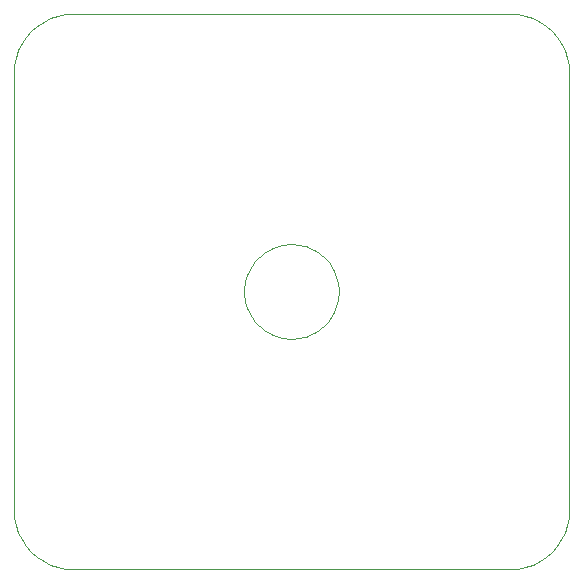
<source format=gko>
G04 Layer_Color=16711935*
%FSLAX25Y25*%
%MOIN*%
G70*
G01*
G75*
%ADD51C,0.00050*%
G54D51*
X112084Y96444D02*
X112052Y97443D01*
X111957Y98438D01*
X111800Y99424D01*
X111579Y100399D01*
X111298Y101358D01*
X110956Y102297D01*
X110555Y103212D01*
X110098Y104101D01*
X109584Y104958D01*
X109018Y105781D01*
X108400Y106567D01*
X107733Y107311D01*
X107021Y108012D01*
X106266Y108667D01*
X105471Y109272D01*
X104639Y109826D01*
X103773Y110325D01*
X102878Y110769D01*
X101956Y111155D01*
X101012Y111482D01*
X100049Y111748D01*
X99071Y111953D01*
X98081Y112095D01*
X97085Y112174D01*
X96086Y112190D01*
X95088Y112143D01*
X94095Y112032D01*
X93111Y111858D01*
X92140Y111623D01*
X91185Y111326D01*
X90252Y110969D01*
X89343Y110554D01*
X88462Y110082D01*
X87613Y109555D01*
X86799Y108976D01*
X86023Y108345D01*
X85289Y107668D01*
X84600Y106944D01*
X83957Y106179D01*
X83365Y105374D01*
X82824Y104533D01*
X82339Y103660D01*
X81909Y102758D01*
X81538Y101830D01*
X81226Y100881D01*
X80975Y99913D01*
X80786Y98932D01*
X80659Y97941D01*
X80596Y96944D01*
Y95944D01*
X80659Y94947D01*
X80786Y93956D01*
X80975Y92975D01*
X81226Y92007D01*
X81538Y91058D01*
X81909Y90130D01*
X82339Y89228D01*
X82824Y88354D01*
X83365Y87514D01*
X83957Y86709D01*
X84600Y85944D01*
X85289Y85220D01*
X86023Y84542D01*
X86799Y83912D01*
X87613Y83333D01*
X88462Y82806D01*
X89343Y82334D01*
X90252Y81919D01*
X91185Y81562D01*
X92140Y81265D01*
X93111Y81030D01*
X94095Y80856D01*
X95088Y80746D01*
X96086Y80698D01*
X97085Y80714D01*
X98081Y80793D01*
X99071Y80935D01*
X100049Y81140D01*
X101012Y81406D01*
X101956Y81733D01*
X102878Y82119D01*
X103773Y82563D01*
X104639Y83062D01*
X105471Y83616D01*
X106266Y84221D01*
X107021Y84876D01*
X107733Y85576D01*
X108400Y86321D01*
X109018Y87107D01*
X109584Y87930D01*
X110097Y88787D01*
X110555Y89675D01*
X110956Y90591D01*
X111298Y91530D01*
X111579Y92489D01*
X111800Y93464D01*
X111957Y94450D01*
X112052Y95445D01*
X112084Y96444D01*
X188679Y171847D02*
X188856Y169150D01*
X188177Y174371D02*
X188679Y171847D01*
X187349Y176809D02*
X188177Y174371D01*
X186211Y179117D02*
X187349Y176809D01*
X184781Y181257D02*
X186211Y179117D01*
X183084Y183192D02*
X184781Y181257D01*
X181149Y184889D02*
X183084Y183192D01*
X179009Y186319D02*
X181149Y184889D01*
X176701Y187457D02*
X179009Y186319D01*
X174263Y188285D02*
X176701Y187457D01*
X171739Y188787D02*
X174263Y188285D01*
X169042Y188964D02*
X171739Y188787D01*
X188856Y23738D02*
X188856Y169150D01*
X169042Y3924D02*
X171739Y4101D01*
X174263Y4603D01*
X176701Y5430D01*
X179009Y6569D01*
X181149Y7999D01*
X183084Y9696D01*
X184781Y11631D01*
X186211Y13771D01*
X187349Y16079D01*
X188177Y18517D01*
X188679Y21041D01*
X188856Y23738D01*
X23630Y3924D02*
X169042Y3924D01*
X18409Y4603D02*
X20933Y4101D01*
X23630Y3924D01*
X3816Y169150D02*
X3993Y171847D01*
X3816Y23738D02*
Y169150D01*
Y23738D02*
X3993Y21041D01*
X4495Y18517D01*
X5323Y16079D01*
X6461Y13771D01*
X7891Y11631D01*
X9588Y9696D01*
X11523Y7999D01*
X13663Y6569D01*
X15971Y5430D01*
X18409Y4603D01*
Y188285D02*
X20933Y188787D01*
X15971Y187457D02*
X18409Y188285D01*
X20933Y188787D02*
X23630Y188964D01*
X13663Y186319D02*
X15971Y187457D01*
X11523Y184889D02*
X13663Y186319D01*
X9588Y183192D02*
X11523Y184889D01*
X7891Y181257D02*
X9588Y183192D01*
X6461Y179117D02*
X7891Y181257D01*
X5323Y176809D02*
X6461Y179117D01*
X4495Y174371D02*
X5323Y176809D01*
X3993Y171847D02*
X4495Y174371D01*
X23630Y188964D02*
X169042Y188964D01*
M02*

</source>
